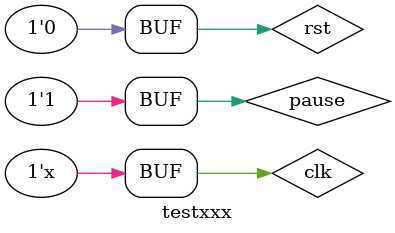
<source format=v>
`timescale 1ns / 1ps


module testxxx();
reg clk=0;
reg pause=1;
reg rst=0;

wire sm_bit;
wire [6:0]sm_seg;
clock u0(clk,pause,rst,sm_bit,sm_seg);

always #1 clk=~clk;

endmodule

</source>
